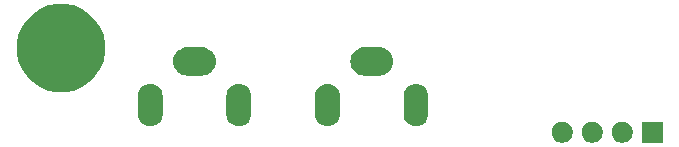
<source format=gbr>
%TF.GenerationSoftware,KiCad,Pcbnew,(5.1.6-0-10_14)*%
%TF.CreationDate,2020-09-24T20:20:29-04:00*%
%TF.ProjectId,zn-2 stereo breakout,7a6e2d32-2073-4746-9572-656f20627265,rev?*%
%TF.SameCoordinates,Original*%
%TF.FileFunction,Soldermask,Bot*%
%TF.FilePolarity,Negative*%
%FSLAX46Y46*%
G04 Gerber Fmt 4.6, Leading zero omitted, Abs format (unit mm)*
G04 Created by KiCad (PCBNEW (5.1.6-0-10_14)) date 2020-09-24 20:20:29*
%MOMM*%
%LPD*%
G01*
G04 APERTURE LIST*
%ADD10C,0.100000*%
G04 APERTURE END LIST*
D10*
G36*
X151150000Y-54900000D02*
G01*
X149350000Y-54900000D01*
X149350000Y-53100000D01*
X151150000Y-53100000D01*
X151150000Y-54900000D01*
G37*
G36*
X147972520Y-53134586D02*
G01*
X148136310Y-53202430D01*
X148283717Y-53300924D01*
X148409076Y-53426283D01*
X148507570Y-53573690D01*
X148575414Y-53737480D01*
X148610000Y-53911358D01*
X148610000Y-54088642D01*
X148575414Y-54262520D01*
X148507570Y-54426310D01*
X148409076Y-54573717D01*
X148283717Y-54699076D01*
X148136310Y-54797570D01*
X147972520Y-54865414D01*
X147798642Y-54900000D01*
X147621358Y-54900000D01*
X147447480Y-54865414D01*
X147283690Y-54797570D01*
X147136283Y-54699076D01*
X147010924Y-54573717D01*
X146912430Y-54426310D01*
X146844586Y-54262520D01*
X146810000Y-54088642D01*
X146810000Y-53911358D01*
X146844586Y-53737480D01*
X146912430Y-53573690D01*
X147010924Y-53426283D01*
X147136283Y-53300924D01*
X147283690Y-53202430D01*
X147447480Y-53134586D01*
X147621358Y-53100000D01*
X147798642Y-53100000D01*
X147972520Y-53134586D01*
G37*
G36*
X145432520Y-53134586D02*
G01*
X145596310Y-53202430D01*
X145743717Y-53300924D01*
X145869076Y-53426283D01*
X145967570Y-53573690D01*
X146035414Y-53737480D01*
X146070000Y-53911358D01*
X146070000Y-54088642D01*
X146035414Y-54262520D01*
X145967570Y-54426310D01*
X145869076Y-54573717D01*
X145743717Y-54699076D01*
X145596310Y-54797570D01*
X145432520Y-54865414D01*
X145258642Y-54900000D01*
X145081358Y-54900000D01*
X144907480Y-54865414D01*
X144743690Y-54797570D01*
X144596283Y-54699076D01*
X144470924Y-54573717D01*
X144372430Y-54426310D01*
X144304586Y-54262520D01*
X144270000Y-54088642D01*
X144270000Y-53911358D01*
X144304586Y-53737480D01*
X144372430Y-53573690D01*
X144470924Y-53426283D01*
X144596283Y-53300924D01*
X144743690Y-53202430D01*
X144907480Y-53134586D01*
X145081358Y-53100000D01*
X145258642Y-53100000D01*
X145432520Y-53134586D01*
G37*
G36*
X142892520Y-53134586D02*
G01*
X143056310Y-53202430D01*
X143203717Y-53300924D01*
X143329076Y-53426283D01*
X143427570Y-53573690D01*
X143495414Y-53737480D01*
X143530000Y-53911358D01*
X143530000Y-54088642D01*
X143495414Y-54262520D01*
X143427570Y-54426310D01*
X143329076Y-54573717D01*
X143203717Y-54699076D01*
X143056310Y-54797570D01*
X142892520Y-54865414D01*
X142718642Y-54900000D01*
X142541358Y-54900000D01*
X142367480Y-54865414D01*
X142203690Y-54797570D01*
X142056283Y-54699076D01*
X141930924Y-54573717D01*
X141832430Y-54426310D01*
X141764586Y-54262520D01*
X141730000Y-54088642D01*
X141730000Y-53911358D01*
X141764586Y-53737480D01*
X141832430Y-53573690D01*
X141930924Y-53426283D01*
X142056283Y-53300924D01*
X142203690Y-53202430D01*
X142367480Y-53134586D01*
X142541358Y-53100000D01*
X142718642Y-53100000D01*
X142892520Y-53134586D01*
G37*
G36*
X107955837Y-49915193D02*
G01*
X108153763Y-49975233D01*
X108336171Y-50072732D01*
X108496054Y-50203946D01*
X108627268Y-50363829D01*
X108724767Y-50546237D01*
X108784807Y-50744163D01*
X108800000Y-50898422D01*
X108800000Y-52501578D01*
X108784807Y-52655837D01*
X108724767Y-52853763D01*
X108627268Y-53036171D01*
X108574884Y-53100000D01*
X108496054Y-53196054D01*
X108336171Y-53327267D01*
X108244966Y-53376017D01*
X108153762Y-53424767D01*
X107955836Y-53484807D01*
X107750000Y-53505080D01*
X107544163Y-53484807D01*
X107346237Y-53424767D01*
X107163829Y-53327268D01*
X107003946Y-53196054D01*
X106953501Y-53134587D01*
X106872733Y-53036171D01*
X106775234Y-52853763D01*
X106775233Y-52853762D01*
X106715193Y-52655836D01*
X106700000Y-52501577D01*
X106700000Y-50898422D01*
X106715193Y-50744164D01*
X106775234Y-50546238D01*
X106872733Y-50363829D01*
X107003947Y-50203946D01*
X107163830Y-50072732D01*
X107346238Y-49975233D01*
X107544164Y-49915193D01*
X107750000Y-49894920D01*
X107955837Y-49915193D01*
G37*
G36*
X115455837Y-49915193D02*
G01*
X115653763Y-49975233D01*
X115836171Y-50072732D01*
X115996054Y-50203946D01*
X116127268Y-50363829D01*
X116224767Y-50546237D01*
X116284807Y-50744163D01*
X116300000Y-50898422D01*
X116300000Y-52501578D01*
X116284807Y-52655837D01*
X116224767Y-52853763D01*
X116127268Y-53036171D01*
X116074884Y-53100000D01*
X115996054Y-53196054D01*
X115836171Y-53327267D01*
X115744966Y-53376017D01*
X115653762Y-53424767D01*
X115455836Y-53484807D01*
X115250000Y-53505080D01*
X115044163Y-53484807D01*
X114846237Y-53424767D01*
X114663829Y-53327268D01*
X114503946Y-53196054D01*
X114453501Y-53134587D01*
X114372733Y-53036171D01*
X114275234Y-52853763D01*
X114275233Y-52853762D01*
X114215193Y-52655836D01*
X114200000Y-52501577D01*
X114200000Y-50898422D01*
X114215193Y-50744164D01*
X114275234Y-50546238D01*
X114372733Y-50363829D01*
X114503947Y-50203946D01*
X114663830Y-50072732D01*
X114846238Y-49975233D01*
X115044164Y-49915193D01*
X115250000Y-49894920D01*
X115455837Y-49915193D01*
G37*
G36*
X122955837Y-49915193D02*
G01*
X123153763Y-49975233D01*
X123336171Y-50072732D01*
X123496054Y-50203946D01*
X123627268Y-50363829D01*
X123724767Y-50546237D01*
X123784807Y-50744163D01*
X123800000Y-50898422D01*
X123800000Y-52501578D01*
X123784807Y-52655837D01*
X123724767Y-52853763D01*
X123627268Y-53036171D01*
X123574884Y-53100000D01*
X123496054Y-53196054D01*
X123336171Y-53327267D01*
X123244966Y-53376017D01*
X123153762Y-53424767D01*
X122955836Y-53484807D01*
X122750000Y-53505080D01*
X122544163Y-53484807D01*
X122346237Y-53424767D01*
X122163829Y-53327268D01*
X122003946Y-53196054D01*
X121953501Y-53134587D01*
X121872733Y-53036171D01*
X121775234Y-52853763D01*
X121775233Y-52853762D01*
X121715193Y-52655836D01*
X121700000Y-52501577D01*
X121700000Y-50898422D01*
X121715193Y-50744164D01*
X121775234Y-50546238D01*
X121872733Y-50363829D01*
X122003947Y-50203946D01*
X122163830Y-50072732D01*
X122346238Y-49975233D01*
X122544164Y-49915193D01*
X122750000Y-49894920D01*
X122955837Y-49915193D01*
G37*
G36*
X130455837Y-49915193D02*
G01*
X130653763Y-49975233D01*
X130836171Y-50072732D01*
X130996054Y-50203946D01*
X131127268Y-50363829D01*
X131224767Y-50546237D01*
X131284807Y-50744163D01*
X131300000Y-50898422D01*
X131300000Y-52501578D01*
X131284807Y-52655837D01*
X131224767Y-52853763D01*
X131127268Y-53036171D01*
X131074884Y-53100000D01*
X130996054Y-53196054D01*
X130836171Y-53327267D01*
X130744966Y-53376017D01*
X130653762Y-53424767D01*
X130455836Y-53484807D01*
X130250000Y-53505080D01*
X130044163Y-53484807D01*
X129846237Y-53424767D01*
X129663829Y-53327268D01*
X129503946Y-53196054D01*
X129453501Y-53134587D01*
X129372733Y-53036171D01*
X129275234Y-52853763D01*
X129275233Y-52853762D01*
X129215193Y-52655836D01*
X129200000Y-52501577D01*
X129200000Y-50898422D01*
X129215193Y-50744164D01*
X129275234Y-50546238D01*
X129372733Y-50363829D01*
X129503947Y-50203946D01*
X129663830Y-50072732D01*
X129846238Y-49975233D01*
X130044164Y-49915193D01*
X130250000Y-49894920D01*
X130455837Y-49915193D01*
G37*
G36*
X101296835Y-43257110D02*
G01*
X101979291Y-43539793D01*
X102593486Y-43950185D01*
X103115815Y-44472514D01*
X103526207Y-45086709D01*
X103808890Y-45769165D01*
X103953000Y-46493657D01*
X103953000Y-47232343D01*
X103808890Y-47956835D01*
X103526207Y-48639291D01*
X103115815Y-49253486D01*
X102593486Y-49775815D01*
X101979291Y-50186207D01*
X101296835Y-50468890D01*
X100572343Y-50613000D01*
X99833657Y-50613000D01*
X99109165Y-50468890D01*
X98426709Y-50186207D01*
X97812514Y-49775815D01*
X97290185Y-49253486D01*
X96879793Y-48639291D01*
X96597110Y-47956835D01*
X96453000Y-47232343D01*
X96453000Y-46493657D01*
X96597110Y-45769165D01*
X96879793Y-45086709D01*
X97290185Y-44472514D01*
X97812514Y-43950185D01*
X98426709Y-43539793D01*
X99109165Y-43257110D01*
X99833657Y-43113000D01*
X100572343Y-43113000D01*
X101296835Y-43257110D01*
G37*
G36*
X127335241Y-46817363D02*
G01*
X127492825Y-46865166D01*
X127561443Y-46885981D01*
X127764019Y-46994260D01*
X127769910Y-46997409D01*
X127952634Y-47147366D01*
X128102591Y-47330090D01*
X128214019Y-47538557D01*
X128214019Y-47538558D01*
X128282637Y-47764759D01*
X128305806Y-48000000D01*
X128282637Y-48235241D01*
X128240174Y-48375221D01*
X128214019Y-48461443D01*
X128172904Y-48538363D01*
X128102591Y-48669910D01*
X127952634Y-48852634D01*
X127826095Y-48956481D01*
X127769910Y-49002591D01*
X127561443Y-49114019D01*
X127492825Y-49134834D01*
X127335241Y-49182637D01*
X127158950Y-49200000D01*
X125841050Y-49200000D01*
X125664759Y-49182637D01*
X125507175Y-49134834D01*
X125438557Y-49114019D01*
X125230090Y-49002591D01*
X125173905Y-48956481D01*
X125047366Y-48852634D01*
X124897409Y-48669910D01*
X124827096Y-48538363D01*
X124785981Y-48461443D01*
X124759826Y-48375221D01*
X124717363Y-48235241D01*
X124694194Y-48000000D01*
X124717363Y-47764759D01*
X124785981Y-47538558D01*
X124785981Y-47538557D01*
X124897409Y-47330090D01*
X125047366Y-47147366D01*
X125230090Y-46997409D01*
X125235981Y-46994260D01*
X125438557Y-46885981D01*
X125507175Y-46865166D01*
X125664759Y-46817363D01*
X125841050Y-46800000D01*
X127158950Y-46800000D01*
X127335241Y-46817363D01*
G37*
G36*
X112335241Y-46817363D02*
G01*
X112492825Y-46865166D01*
X112561443Y-46885981D01*
X112764019Y-46994260D01*
X112769910Y-46997409D01*
X112952634Y-47147366D01*
X113102591Y-47330090D01*
X113214019Y-47538557D01*
X113214019Y-47538558D01*
X113282637Y-47764759D01*
X113305806Y-48000000D01*
X113282637Y-48235241D01*
X113240174Y-48375221D01*
X113214019Y-48461443D01*
X113172904Y-48538363D01*
X113102591Y-48669910D01*
X112952634Y-48852634D01*
X112826095Y-48956481D01*
X112769910Y-49002591D01*
X112561443Y-49114019D01*
X112492825Y-49134834D01*
X112335241Y-49182637D01*
X112158950Y-49200000D01*
X110841050Y-49200000D01*
X110664759Y-49182637D01*
X110507175Y-49134834D01*
X110438557Y-49114019D01*
X110230090Y-49002591D01*
X110173905Y-48956481D01*
X110047366Y-48852634D01*
X109897409Y-48669910D01*
X109827096Y-48538363D01*
X109785981Y-48461443D01*
X109759826Y-48375221D01*
X109717363Y-48235241D01*
X109694194Y-48000000D01*
X109717363Y-47764759D01*
X109785981Y-47538558D01*
X109785981Y-47538557D01*
X109897409Y-47330090D01*
X110047366Y-47147366D01*
X110230090Y-46997409D01*
X110235981Y-46994260D01*
X110438557Y-46885981D01*
X110507175Y-46865166D01*
X110664759Y-46817363D01*
X110841050Y-46800000D01*
X112158950Y-46800000D01*
X112335241Y-46817363D01*
G37*
M02*

</source>
